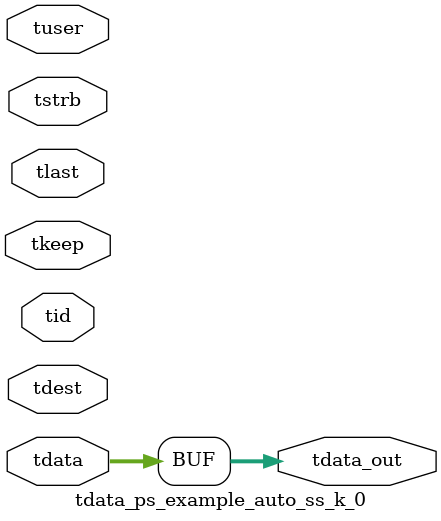
<source format=v>


`timescale 1ps/1ps

module tdata_ps_example_auto_ss_k_0 #
(
parameter C_S_AXIS_TDATA_WIDTH = 32,
parameter C_S_AXIS_TUSER_WIDTH = 0,
parameter C_S_AXIS_TID_WIDTH   = 0,
parameter C_S_AXIS_TDEST_WIDTH = 0,
parameter C_M_AXIS_TDATA_WIDTH = 32
)
(
input  [(C_S_AXIS_TDATA_WIDTH == 0 ? 1 : C_S_AXIS_TDATA_WIDTH)-1:0     ] tdata,
input  [(C_S_AXIS_TUSER_WIDTH == 0 ? 1 : C_S_AXIS_TUSER_WIDTH)-1:0     ] tuser,
input  [(C_S_AXIS_TID_WIDTH   == 0 ? 1 : C_S_AXIS_TID_WIDTH)-1:0       ] tid,
input  [(C_S_AXIS_TDEST_WIDTH == 0 ? 1 : C_S_AXIS_TDEST_WIDTH)-1:0     ] tdest,
input  [(C_S_AXIS_TDATA_WIDTH/8)-1:0 ] tkeep,
input  [(C_S_AXIS_TDATA_WIDTH/8)-1:0 ] tstrb,
input                                                                    tlast,
output [C_M_AXIS_TDATA_WIDTH-1:0] tdata_out
);

assign tdata_out = {tdata[127:0]};

endmodule


</source>
